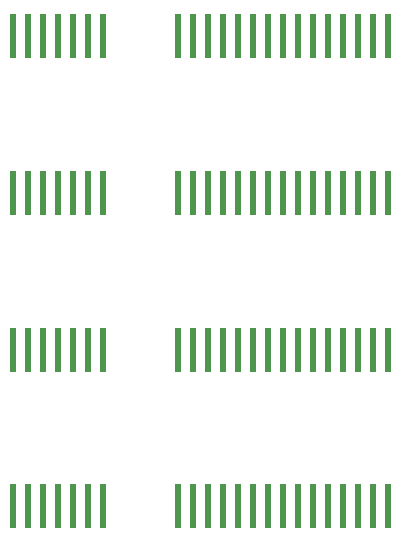
<source format=gbr>
%TF.GenerationSoftware,KiCad,Pcbnew,5.1.9+dfsg1-1~bpo10+1*%
%TF.CreationDate,2021-10-15T10:51:03+08:00*%
%TF.ProjectId,NAS,4e41532e-6b69-4636-9164-5f7063625858,rev?*%
%TF.SameCoordinates,Original*%
%TF.FileFunction,Paste,Top*%
%TF.FilePolarity,Positive*%
%FSLAX46Y46*%
G04 Gerber Fmt 4.6, Leading zero omitted, Abs format (unit mm)*
G04 Created by KiCad (PCBNEW 5.1.9+dfsg1-1~bpo10+1) date 2021-10-15 10:51:03*
%MOMM*%
%LPD*%
G01*
G04 APERTURE LIST*
%ADD10R,0.600000X3.850000*%
G04 APERTURE END LIST*
D10*
%TO.C,SATA-OUT2*%
X97409000Y-80694900D03*
X98679000Y-80694900D03*
X99949000Y-80694900D03*
X101219000Y-80694900D03*
X103759000Y-80694900D03*
X102489000Y-80694900D03*
X96139000Y-80694900D03*
X127889000Y-80694900D03*
X126619000Y-80694900D03*
X125349000Y-80694900D03*
X124079000Y-80694900D03*
X122809000Y-80694900D03*
X121539000Y-80694900D03*
X120269000Y-80694900D03*
X118999000Y-80694900D03*
X117729000Y-80694900D03*
X116459000Y-80694900D03*
X115189000Y-80694900D03*
X113919000Y-80694900D03*
X112649000Y-80694900D03*
X111379000Y-80694900D03*
X110109000Y-80694900D03*
%TD*%
%TO.C,SATA-OUT4*%
X97409000Y-93972700D03*
X98679000Y-93972700D03*
X99949000Y-93972700D03*
X101219000Y-93972700D03*
X103759000Y-93972700D03*
X102489000Y-93972700D03*
X96139000Y-93972700D03*
X127889000Y-93972700D03*
X126619000Y-93972700D03*
X125349000Y-93972700D03*
X124079000Y-93972700D03*
X122809000Y-93972700D03*
X121539000Y-93972700D03*
X120269000Y-93972700D03*
X118999000Y-93972700D03*
X117729000Y-93972700D03*
X116459000Y-93972700D03*
X115189000Y-93972700D03*
X113919000Y-93972700D03*
X112649000Y-93972700D03*
X111379000Y-93972700D03*
X110109000Y-93972700D03*
%TD*%
%TO.C,SATA-OUT1*%
X97409000Y-67417000D03*
X98679000Y-67417000D03*
X99949000Y-67417000D03*
X101219000Y-67417000D03*
X103759000Y-67417000D03*
X102489000Y-67417000D03*
X96139000Y-67417000D03*
X127889000Y-67417000D03*
X126619000Y-67417000D03*
X125349000Y-67417000D03*
X124079000Y-67417000D03*
X122809000Y-67417000D03*
X121539000Y-67417000D03*
X120269000Y-67417000D03*
X118999000Y-67417000D03*
X117729000Y-67417000D03*
X116459000Y-67417000D03*
X115189000Y-67417000D03*
X113919000Y-67417000D03*
X112649000Y-67417000D03*
X111379000Y-67417000D03*
X110109000Y-67417000D03*
%TD*%
%TO.C,SATA-OUT3*%
X97409000Y-107251000D03*
X98679000Y-107251000D03*
X99949000Y-107251000D03*
X101219000Y-107251000D03*
X103759000Y-107251000D03*
X102489000Y-107251000D03*
X96139000Y-107251000D03*
X127889000Y-107251000D03*
X126619000Y-107251000D03*
X125349000Y-107251000D03*
X124079000Y-107251000D03*
X122809000Y-107251000D03*
X121539000Y-107251000D03*
X120269000Y-107251000D03*
X118999000Y-107251000D03*
X117729000Y-107251000D03*
X116459000Y-107251000D03*
X115189000Y-107251000D03*
X113919000Y-107251000D03*
X112649000Y-107251000D03*
X111379000Y-107251000D03*
X110109000Y-107251000D03*
%TD*%
M02*

</source>
